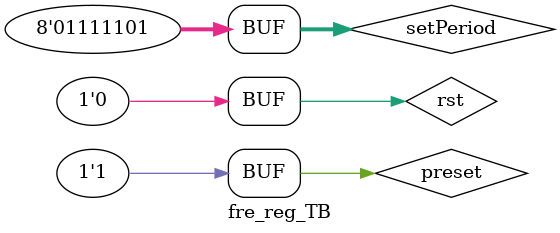
<source format=v>
`timescale 1ps/1ps
module fre_reg_TB();


wire clk;
reg rst;
reg preset;
reg [7:0]setPeriod;
wire [7:0]adjusted;
wire out,done;

inverter #(5,52000)inv1(1'b1,up);//20Hz signal
inverter #(5,20000)inv2(1'b1,clk);//50Hz signal

divide_counter1 div(out,adjusted,clk,rst,setPeriod,up,preset,done);

initial begin
rst = 1'b0;
preset = 1'b0;
setPeriod = 8'b01111101;
#1000000 preset = 1'b1;

////////

 
end

endmodule

</source>
